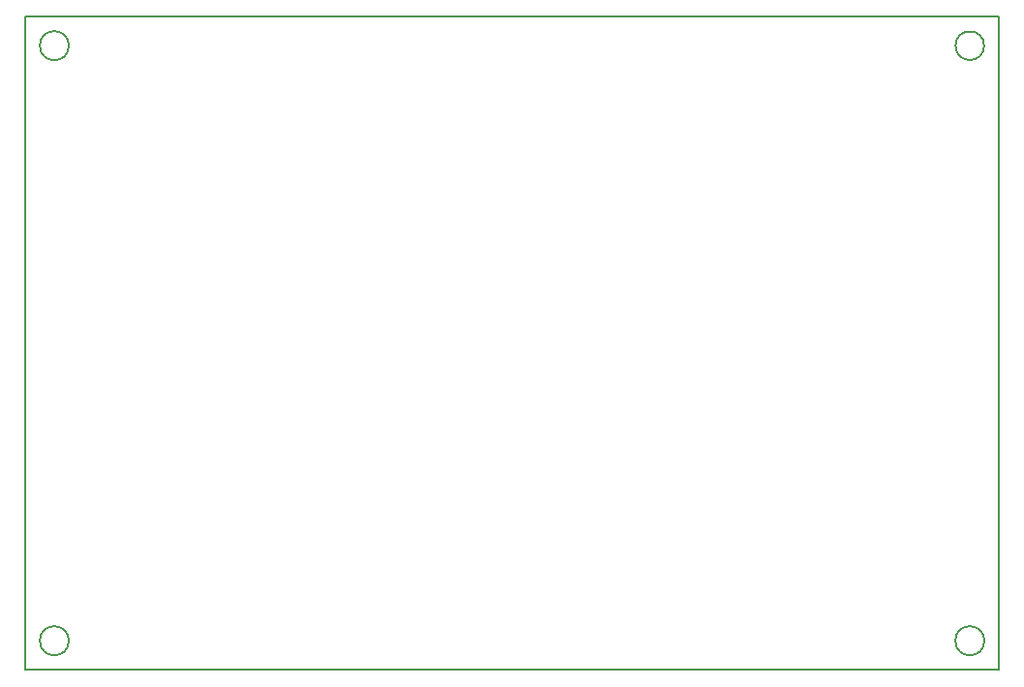
<source format=gbr>
G04 #@! TF.GenerationSoftware,KiCad,Pcbnew,(5.0.1-3-g963ef8bb5)*
G04 #@! TF.CreationDate,2020-01-16T13:34:53+00:00*
G04 #@! TF.ProjectId,SystemKeyboard,53797374656D4B6579626F6172642E6B,rev?*
G04 #@! TF.SameCoordinates,Original*
G04 #@! TF.FileFunction,Profile,NP*
%FSLAX46Y46*%
G04 Gerber Fmt 4.6, Leading zero omitted, Abs format (unit mm)*
G04 Created by KiCad (PCBNEW (5.0.1-3-g963ef8bb5)) date Thursday, 16 January 2020 at 13:34:53*
%MOMM*%
%LPD*%
G01*
G04 APERTURE LIST*
%ADD10C,0.150000*%
G04 APERTURE END LIST*
D10*
X87630000Y-111760000D02*
X87630000Y-54610000D01*
X172720000Y-111760000D02*
X87630000Y-111760000D01*
X172720000Y-54610000D02*
X172720000Y-111760000D01*
X87630000Y-54610000D02*
X172720000Y-54610000D01*
X171450000Y-109220000D02*
G75*
G03X171450000Y-109220000I-1270000J0D01*
G01*
X91440000Y-109220000D02*
G75*
G03X91440000Y-109220000I-1270000J0D01*
G01*
X91440000Y-57150000D02*
G75*
G03X91440000Y-57150000I-1270000J0D01*
G01*
X171430000Y-57150000D02*
G75*
G03X171430000Y-57150000I-1250000J0D01*
G01*
M02*

</source>
